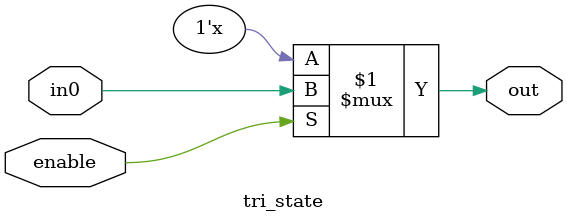
<source format=v>



                             
//***************************************************************************//
//***************************************************************************//
                             

//              Author:
//              Reviewer:
//              Manager:
                             

//***************************************************************************//
//***************************************************************************//
//
module tri_state(input in0,enable,
								output reg out);

									bufif1 out_1(out,in0,enable);
								endmodule

</source>
